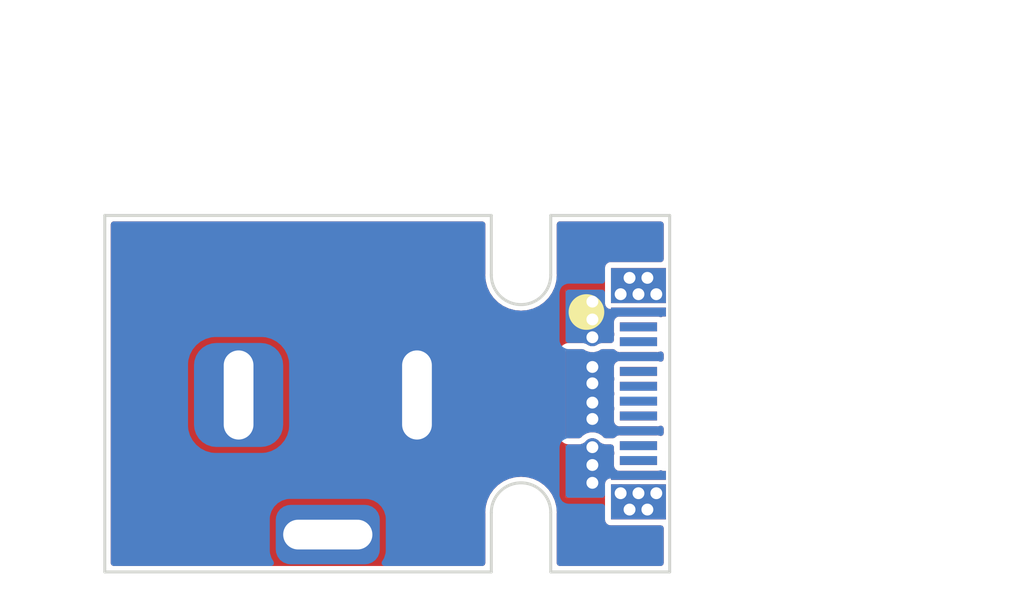
<source format=kicad_pcb>
(kicad_pcb (version 20211014) (generator pcbnew)
  (layers (0 "F.Cu" signal) (31 "B.Cu" signal) (34 "B.Paste" user) (35 "F.Paste" user) (36 "B.SilkS" user "B.Silkscreen") (37 "F.SilkS" user "F.Silkscreen") (38 "B.Mask" user) (39 "F.Mask" user) (44 "Edge.Cuts" user))
  (net 0 "")
  (net 16 "GND")
  (net 17 "VBUS")
  (footprint "Connector_BarrelJack:BarrelJack_Horizontal" (layer "F.Cu") (at 133 90.0425)
    (fp_text reference "J1" hide)
    (fp_text value "Barrel_Jack_Switch")
    (pad "1" thru_hole rect (at 0 0) (size 3.5 3.5) (drill oval 1 3) (layers *.Cu *.Mask) (net 17 "VBUS"))
    (pad "2" thru_hole roundrect (at -6 0) (size 3 3.5) (drill oval 1 3) (layers *.Cu *.Mask) (net 16 "GND"))
    (pad "3" thru_hole roundrect (at -3 4.7) (size 3.5 2) (drill oval 3 1) (layers *.Cu *.Mask) (net 16 "GND"))
  )
  (footprint "footprints:HIROSE_CX60-24S-UNIT" (layer "F.Cu") (at 140.45 90 90)
    (fp_text reference "P1" hide)
    (fp_text value "USB_C_Plug")
    (fp_circle (center 2.75 -1.75) (end 3.25 -1.75) (layer "F.SilkS") (width 0.2) (fill solid))
    (pad "A1" smd rect (at 2.75 0 90) (size 0.3 1.85) (layers "F.Cu" "F.Paste" "F.Mask") (net 16 "GND"))
    (pad "A2" smd rect (at 2.25 0 90) (size 0.3 1.25) (layers "F.Cu" "F.Paste" "F.Mask"))
    (pad "A3" smd rect (at 1.75 0 90) (size 0.3 1.25) (layers "F.Cu" "F.Paste" "F.Mask"))
    (pad "A4" smd rect (at 1.25 0 90) (size 0.3 1.25) (layers "F.Cu" "F.Paste" "F.Mask") (net 17 "VBUS"))
    (pad "A5" smd rect (at 0.75 0 90) (size 0.3 1.25) (layers "F.Cu" "F.Paste" "F.Mask"))
    (pad "A6" smd rect (at 0.25 0 90) (size 0.3 1.25) (layers "F.Cu" "F.Paste" "F.Mask"))
    (pad "A7" smd rect (at -0.25 0 90) (size 0.3 1.25) (layers "F.Cu" "F.Paste" "F.Mask"))
    (pad "A8" smd rect (at -0.75 0 90) (size 0.3 1.25) (layers "F.Cu" "F.Paste" "F.Mask"))
    (pad "A9" smd rect (at -1.25 0 90) (size 0.3 1.25) (layers "F.Cu" "F.Paste" "F.Mask") (net 17 "VBUS"))
    (pad "A10" smd rect (at -1.75 0 90) (size 0.3 1.25) (layers "F.Cu" "F.Paste" "F.Mask"))
    (pad "A11" smd rect (at -2.25 0 90) (size 0.3 1.25) (layers "F.Cu" "F.Paste" "F.Mask"))
    (pad "A12" smd rect (at -2.75 0 90) (size 0.3 1.85) (layers "F.Cu" "F.Paste" "F.Mask") (net 16 "GND"))
    (pad "B1" smd rect (at -2.75 0 90) (size 0.3 1.85) (layers "B.Cu" "B.Paste" "B.Mask") (net 16 "GND"))
    (pad "B2" smd rect (at -2.25 0 90) (size 0.3 1.25) (layers "B.Cu" "B.Paste" "B.Mask"))
    (pad "B3" smd rect (at -1.75 0 90) (size 0.3 1.25) (layers "B.Cu" "B.Paste" "B.Mask"))
    (pad "B4" smd rect (at -1.25 0 90) (size 0.3 1.25) (layers "B.Cu" "B.Paste" "B.Mask") (net 17 "VBUS"))
    (pad "B5" smd rect (at -0.75 0 90) (size 0.3 1.25) (layers "B.Cu" "B.Paste" "B.Mask"))
    (pad "B6" smd rect (at -0.25 0 90) (size 0.3 1.25) (layers "B.Cu" "B.Paste" "B.Mask"))
    (pad "B7" smd rect (at 0.25 0 90) (size 0.3 1.25) (layers "B.Cu" "B.Paste" "B.Mask"))
    (pad "B8" smd rect (at 0.75 0 90) (size 0.3 1.25) (layers "B.Cu" "B.Paste" "B.Mask"))
    (pad "B9" smd rect (at 1.25 0 90) (size 0.3 1.25) (layers "B.Cu" "B.Paste" "B.Mask") (net 17 "VBUS"))
    (pad "B10" smd rect (at 1.75 0 90) (size 0.3 1.25) (layers "B.Cu" "B.Paste" "B.Mask"))
    (pad "B11" smd rect (at 2.25 0 90) (size 0.3 1.25) (layers "B.Cu" "B.Paste" "B.Mask"))
    (pad "B12" smd rect (at 2.75 0 90) (size 0.3 1.85) (layers "B.Cu" "B.Paste" "B.Mask") (net 16 "GND"))
    (pad "S1" smd rect (at 3.64 0 90) (size 1.18 1.85) (layers "F.Cu" "F.Paste" "F.Mask"))
    (pad "S2" smd rect (at -3.64 0 90) (size 1.18 1.85) (layers "F.Cu" "F.Paste" "F.Mask"))
    (pad "S3" smd rect (at 3.64 0 90) (size 1.18 1.85) (layers "B.Cu" "B.Paste" "B.Mask"))
    (pad "S4" smd rect (at -3.64 0 90) (size 1.18 1.85) (layers "B.Cu" "B.Paste" "B.Mask"))
  )
  (gr_line (start 135.5 94) (end 135.5 96) (layer "Edge.Cuts") (width 0.1))
  (gr_line (start 122.5 84) (end 122.5 96) (layer "Edge.Cuts") (width 0.1))
  (gr_line (start 141.5 96) (end 141.5 84) (layer "Edge.Cuts") (width 0.1))
  (gr_arc locked (start 135.5 94) (mid 136.5 93) (end 137.5 94) (layer "Edge.Cuts") (width 0.1))
  (gr_arc locked (start 137.5 86) (mid 136.5 87) (end 135.5 86) (layer "Edge.Cuts") (width 0.1))
  (gr_line (start 137.5 84) (end 137.5 86) (layer "Edge.Cuts") (width 0.1))
  (gr_line (start 122.5 84) (end 135.5 84) (layer "Edge.Cuts") (width 0.1))
  (gr_line (start 137.5 94) (end 137.5 96) (layer "Edge.Cuts") (width 0.1))
  (gr_line (start 135.5 96) (end 122.5 96) (layer "Edge.Cuts") (width 0.1))
  (gr_line (start 141.5 84) (end 137.5 84) (layer "Edge.Cuts") (width 0.1))
  (gr_line (start 135.5 84) (end 135.5 86) (layer "Edge.Cuts") (width 0.1))
  (gr_line (start 137.5 96) (end 141.5 96) (layer "Edge.Cuts") (width 0.1))
  (via (at 141.05 93.35) (size 0.6) (drill 0.4) (layers "F.Cu" "B.Cu") (net 0))
  (via (at 140.15 86.1) (size 0.6) (drill 0.4) (layers "F.Cu" "B.Cu") (net 0))
  (via (at 140.15 93.9) (size 0.6) (drill 0.4) (layers "F.Cu" "B.Cu") (net 0))
  (via (at 140.45 93.35) (size 0.6) (drill 0.4) (layers "F.Cu" "B.Cu") (net 0))
  (via (at 140.75 93.9) (size 0.6) (drill 0.4) (layers "F.Cu" "B.Cu") (net 0))
  (via (at 139.85 86.65) (size 0.6) (drill 0.4) (layers "F.Cu" "B.Cu") (net 0))
  (via (at 139.85 93.35) (size 0.6) (drill 0.4) (layers "F.Cu" "B.Cu") (net 0))
  (via (at 140.45 86.65) (size 0.6) (drill 0.4) (layers "F.Cu" "B.Cu") (net 0))
  (via (at 141.05 86.65) (size 0.6) (drill 0.4) (layers "F.Cu" "B.Cu") (net 0))
  (via (at 140.75 86.1) (size 0.6) (drill 0.4) (layers "F.Cu" "B.Cu") (net 0))
  (segment (start 140.45 87.25) (end 139.25 87.25) (width 0.15) (layer "F.Cu") (net 16))
  (segment (start 138.9 87.5) (end 138.9 88.1) (width 0.15) (layer "F.Cu") (net 16))
  (segment (start 139.25 87.25) (end 138.9 86.9) (width 0.15) (layer "F.Cu") (net 16))
  (segment (start 138.9 93) (end 138.9 92.4) (width 0.15) (layer "F.Cu") (net 16))
  (via (at 138.9 87.5) (size 0.6) (drill 0.4) (layers "F.Cu" "B.Cu") (net 16))
  (via (at 138.9 93) (size 0.6) (drill 0.4) (layers "F.Cu" "B.Cu") (net 16))
  (via (at 138.9 88.1) (size 0.6) (drill 0.4) (layers "F.Cu" "B.Cu") (net 16))
  (via (at 138.9 92.4) (size 0.6) (drill 0.4) (layers "F.Cu" "B.Cu") (net 16))
  (via (at 138.9 86.9) (size 0.6) (drill 0.4) (layers "F.Cu" "B.Cu") (net 16))
  (via (at 138.9 91.8) (size 0.6) (drill 0.4) (layers "F.Cu" "B.Cu") (net 16))
  (segment (start 139.15 92.75) (end 138.9 93) (width 0.15) (layer "B.Cu") (net 16))
  (segment (start 138.9 92.4) (end 138.9 91.8) (width 0.15) (layer "B.Cu") (net 16))
  (segment (start 138.9 86.9) (end 138.9 87.5) (width 0.15) (layer "B.Cu") (net 16))
  (segment (start 140.45 92.75) (end 139.15 92.75) (width 0.15) (layer "B.Cu") (net 16))
  (segment (start 138.9 90.3) (end 138.9 90.850497) (width 0.15) (layer "F.Cu") (net 17))
  (segment (start 138.9 89.6) (end 138.9 89.1) (width 0.15) (layer "F.Cu") (net 17))
  (via (at 138.9 89.65) (size 0.6) (drill 0.4) (layers "F.Cu" "B.Cu") (net 17))
  (via (at 138.9 90.850497) (size 0.6) (drill 0.4) (layers "F.Cu" "B.Cu") (net 17))
  (via (at 138.9 89.1) (size 0.6) (drill 0.4) (layers "F.Cu" "B.Cu") (net 17))
  (via (at 138.9 90.300002) (size 0.6) (drill 0.4) (layers "F.Cu" "B.Cu") (net 17))
  (segment (start 140.45 91.25) (end 139.299503 91.25) (width 0.15) (layer "B.Cu") (net 17))
  (segment (start 138.9 89.6) (end 138.9 90.3) (width 0.15) (layer "B.Cu") (net 17))
  (segment (start 139.299503 91.25) (end 138.9 90.850497) (width 0.15) (layer "B.Cu") (net 17))
  (segment (start 140.45 88.75) (end 139.25 88.75) (width 0.15) (layer "B.Cu") (net 17))
  (segment (start 139.25 88.75) (end 138.9 89.1) (width 0.15) (layer "B.Cu") (net 17))
  (zone (net 17) (net_name "VBUS") (layers F&B.Cu) (priority 2) (connect_pads yes (clearance 0.2)) (min_thickness 0.2) (fill yes (thermal_gap 0.508) (thermal_bridge_width 0.508))
    (polygon (pts (xy 141.5 91.5) (xy 138 91.5) (xy 138 88.5) (xy 141.5 88.5)))
  )
  (zone (net 16) (net_name "GND") (layers F&B.Cu) (priority 1) (connect_pads yes (clearance 0.2)) (min_thickness 0.2) (fill yes (thermal_gap 0.508) (thermal_bridge_width 0.508))
    (polygon (pts (xy 141.5 88.5) (xy 138 88.5) (xy 138 86.5) (xy 141.5 86.5)))
  )
  (zone (net 16) (net_name "GND") (layers F&B.Cu) (priority 1) (connect_pads yes (clearance 0.2)) (min_thickness 0.2) (fill yes (thermal_gap 0.508) (thermal_bridge_width 0.508))
    (polygon (pts (xy 141.5 93.5) (xy 138 93.5) (xy 138 91.5) (xy 141.5 91.5)))
  )
  (zone (net 16) (net_name "GND") (layer "F.Cu") (connect_pads yes (clearance 0.2)) (min_thickness 0.2) (fill yes (thermal_gap 0.508) (thermal_bridge_width 0.508))
    (polygon (pts (xy 141.5 96) (xy 122.5 96) (xy 122.5 84) (xy 141.5 84)))
  )
  (zone (net 17) (net_name "VBUS") (layer "B.Cu") (connect_pads yes (clearance 0.2)) (min_thickness 0.2) (fill yes (thermal_gap 0.508) (thermal_bridge_width 0.508))
    (polygon (pts (xy 141.5 96) (xy 122.5 96) (xy 122.5 84) (xy 141.5 84)))
  )
)
</source>
